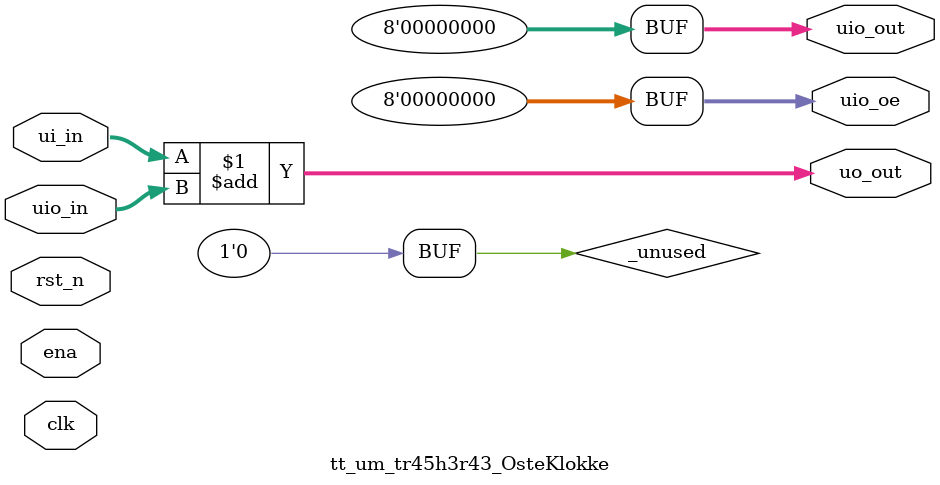
<source format=v>
/*
 * Copyright (c) 2024 Your Name
 * SPDX-License-Identifier: Apache-2.0
 */

`default_nettype none

module tt_um_tr45h3r43_OsteKlokke (
    input  wire [7:0] ui_in,    // Dedicated inputs
    output wire [7:0] uo_out,   // Dedicated outputs
    input  wire [7:0] uio_in,   // IOs: Input path
    output wire [7:0] uio_out,  // IOs: Output path
    output wire [7:0] uio_oe,   // IOs: Enable path (active high: 0=input, 1=output)
    input  wire       ena,      // always 1 when the design is powered, so you can ignore it
    input  wire       clk,      // clock
    input  wire       rst_n     // reset_n - low to reset
);

  // All output pins must be assigned. If not used, assign to 0.
  assign uo_out  = ui_in + uio_in;  // Example: ou_out is the sum of ui_in and uio_in
  assign uio_out = 0;
  assign uio_oe  = 0;

  // List all unused inputs to prevent warnings
  wire _unused = &{ena, clk, rst_n, 1'b0};

endmodule

</source>
